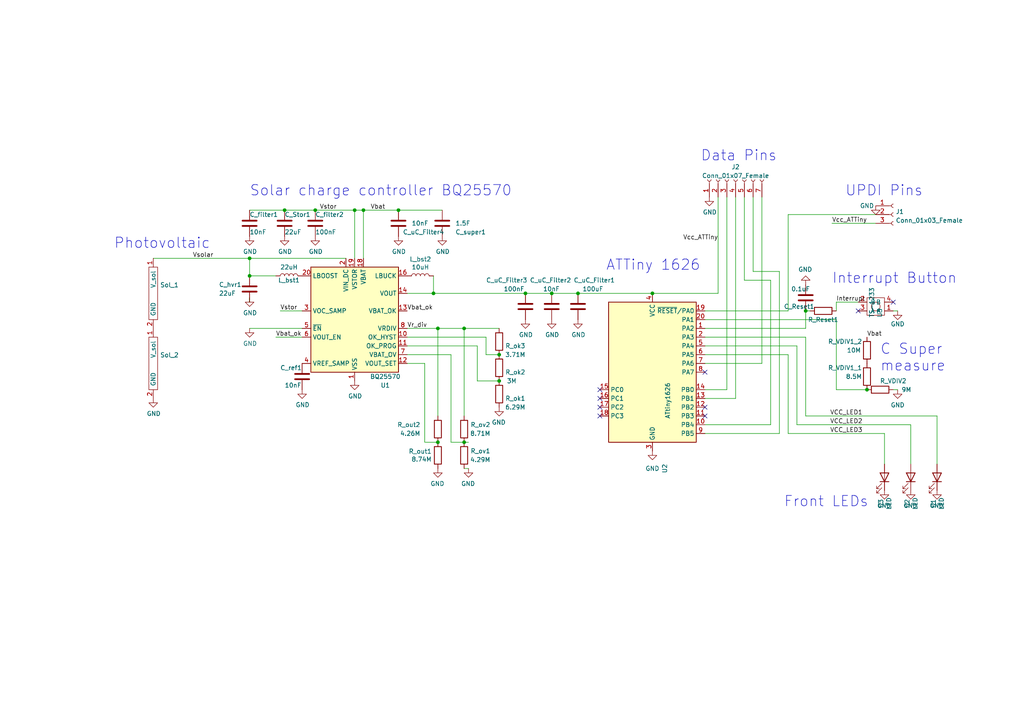
<source format=kicad_sch>
(kicad_sch (version 20211123) (generator eeschema)
  (paper "A4")
  (lib_symbols
    (symbol "Battery_Management:BQ25570"
      (property "Reference" "U" (at -12.7 16.51 0))
      (property "Value" "BQ25570" (at 10.16 16.51 0))
      (symbol "BQ25570_0_1"
        (rectangle (start -12.7 15.24) (end 12.7 -15.24) (stroke (width 0.254)) (fill (type background)))
      )
      (symbol "BQ25570_1_1"
        (pin power_in line (at 0 -17.78 90) (length 2.54) (name "VSS") (number "1"))
        (pin input line (at 15.24 -5.08 180) (length 2.54) (name "OK_HYST") (number "10"))
        (pin input line (at 15.24 -7.62 180) (length 2.54) (name "OK_PROG") (number "11"))
        (pin input line (at 15.24 -12.7 180) (length 2.54) (name "VOUT_SET") (number "12"))
        (pin output line (at 15.24 2.54 180) (length 2.54) (name "VBAT_OK") (number "13"))
        (pin input line (at 15.24 7.62 180) (length 2.54) (name "VOUT") (number "14"))
        (pin passive line (at 0 -17.78 90) (length 2.54) hide (name "VSS") (number "15"))
        (pin passive line (at 15.24 12.7 180) (length 2.54) (name "LBUCK") (number "16"))
        (pin passive line (at 0 -17.78 90) (length 2.54) hide (name "VSS") (number "17"))
        (pin power_in line (at 2.54 17.78 270) (length 2.54) (name "VBAT") (number "18"))
        (pin power_out line (at 0 17.78 270) (length 2.54) (name "VSTOR") (number "19"))
        (pin power_in line (at -2.54 17.78 270) (length 2.54) (name "VIN_DC") (number "2"))
        (pin passive line (at -15.24 12.7 0) (length 2.54) (name "LBOOST") (number "20"))
        (pin passive line (at 0 -17.78 90) (length 2.54) hide (name "VSS") (number "21"))
        (pin input line (at -15.24 2.54 0) (length 2.54) (name "VOC_SAMP") (number "3"))
        (pin passive line (at -15.24 -12.7 0) (length 2.54) (name "VREF_SAMP") (number "4"))
        (pin input line (at -15.24 -2.54 0) (length 2.54) (name "~{EN}") (number "5"))
        (pin input line (at -15.24 -5.08 0) (length 2.54) (name "VOUT_EN") (number "6"))
        (pin input line (at 15.24 -10.16 180) (length 2.54) (name "VBAT_OV") (number "7"))
        (pin output line (at 15.24 -2.54 180) (length 2.54) (name "VRDIV") (number "8"))
        (pin passive line (at 0 -17.78 90) (length 2.54) hide (name "VSS") (number "9"))
      )
    )
    (symbol "Connector:Conn_01x03_Female" (pin_names (offset 1.016) hide)
      (property "Reference" "J" (at 0 5.08 0))
      (property "Value" "Conn_01x03_Female" (at 0 -5.08 0))
      (symbol "Conn_01x03_Female_1_1"
        (arc (start 0 -2.032) (mid -0.508 -2.54) (end 0 -3.048) (stroke (width 0.1524)))
        (polyline (pts (xy -1.27 -2.54) (xy -0.508 -2.54)) (stroke (width 0.1524)))
        (polyline (pts (xy -1.27 0) (xy -0.508 0)) (stroke (width 0.1524)))
        (polyline (pts (xy -1.27 2.54) (xy -0.508 2.54)) (stroke (width 0.1524)))
        (arc (start 0 0.508) (mid -0.508 0) (end 0 -0.508) (stroke (width 0.1524)))
        (arc (start 0 3.048) (mid -0.508 2.54) (end 0 2.032) (stroke (width 0.1524)))
        (pin passive line (at -5.08 2.54 0) (length 3.81) (name "Pin_1") (number "1"))
        (pin passive line (at -5.08 0 0) (length 3.81) (name "Pin_2") (number "2"))
        (pin passive line (at -5.08 -2.54 0) (length 3.81) (name "Pin_3") (number "3"))
      )
    )
    (symbol "Connector:Conn_01x07_Female" (pin_names (offset 1.016) hide)
      (property "Reference" "J" (at 0 10.16 0))
      (property "Value" "Conn_01x07_Female" (at 0 -10.16 0))
      (symbol "Conn_01x07_Female_1_1"
        (arc (start 0 -7.112) (mid -0.508 -7.62) (end 0 -8.128) (stroke (width 0.1524)))
        (arc (start 0 -4.572) (mid -0.508 -5.08) (end 0 -5.588) (stroke (width 0.1524)))
        (arc (start 0 -2.032) (mid -0.508 -2.54) (end 0 -3.048) (stroke (width 0.1524)))
        (polyline (pts (xy -1.27 -7.62) (xy -0.508 -7.62)) (stroke (width 0.1524)))
        (polyline (pts (xy -1.27 -5.08) (xy -0.508 -5.08)) (stroke (width 0.1524)))
        (polyline (pts (xy -1.27 -2.54) (xy -0.508 -2.54)) (stroke (width 0.1524)))
        (polyline (pts (xy -1.27 0) (xy -0.508 0)) (stroke (width 0.1524)))
        (polyline (pts (xy -1.27 2.54) (xy -0.508 2.54)) (stroke (width 0.1524)))
        (polyline (pts (xy -1.27 5.08) (xy -0.508 5.08)) (stroke (width 0.1524)))
        (polyline (pts (xy -1.27 7.62) (xy -0.508 7.62)) (stroke (width 0.1524)))
        (arc (start 0 0.508) (mid -0.508 0) (end 0 -0.508) (stroke (width 0.1524)))
        (arc (start 0 3.048) (mid -0.508 2.54) (end 0 2.032) (stroke (width 0.1524)))
        (arc (start 0 5.588) (mid -0.508 5.08) (end 0 4.572) (stroke (width 0.1524)))
        (arc (start 0 8.128) (mid -0.508 7.62) (end 0 7.112) (stroke (width 0.1524)))
        (pin passive line (at -5.08 7.62 0) (length 3.81) (name "Pin_1") (number "1"))
        (pin passive line (at -5.08 5.08 0) (length 3.81) (name "Pin_2") (number "2"))
        (pin passive line (at -5.08 2.54 0) (length 3.81) (name "Pin_3") (number "3"))
        (pin passive line (at -5.08 0 0) (length 3.81) (name "Pin_4") (number "4"))
        (pin passive line (at -5.08 -2.54 0) (length 3.81) (name "Pin_5") (number "5"))
        (pin passive line (at -5.08 -5.08 0) (length 3.81) (name "Pin_6") (number "6"))
        (pin passive line (at -5.08 -7.62 0) (length 3.81) (name "Pin_7") (number "7"))
      )
    )
    (symbol "Device:C" (pin_numbers hide) (pin_names (offset 0.254))
      (property "Reference" "C" (at 0.635 2.54 0))
      (property "Value" "C" (at 0.635 -2.54 0))
      (symbol "C_0_1"
        (polyline (pts (xy -2.032 -0.762) (xy 2.032 -0.762)) (stroke (width 0.508)))
        (polyline (pts (xy -2.032 0.762) (xy 2.032 0.762)) (stroke (width 0.508)))
      )
      (symbol "C_1_1"
        (pin passive line (at 0 3.81 270) (length 2.794) (name "~") (number "1"))
        (pin passive line (at 0 -3.81 90) (length 2.794) (name "~") (number "2"))
      )
    )
    (symbol "Device:L" (pin_numbers hide) (pin_names (offset 1.016) hide)
      (property "Reference" "L" (at -1.27 0 90))
      (property "Value" "L" (at 1.905 0 90))
      (symbol "L_0_1"
        (arc (start 0 -2.54) (mid 0.635 -1.905) (end 0 -1.27))
        (arc (start 0 -1.27) (mid 0.635 -0.635) (end 0 0))
        (arc (start 0 0) (mid 0.635 0.635) (end 0 1.27))
        (arc (start 0 1.27) (mid 0.635 1.905) (end 0 2.54))
      )
      (symbol "L_1_1"
        (pin passive line (at 0 3.81 270) (length 1.27) (name "1") (number "1"))
        (pin passive line (at 0 -3.81 90) (length 1.27) (name "2") (number "2"))
      )
    )
    (symbol "Device:LED" (pin_numbers hide) (pin_names (offset 1.016) hide)
      (property "Reference" "D" (at 0 2.54 0))
      (property "Value" "LED" (at 0 -2.54 0))
      (symbol "LED_0_1"
        (polyline (pts (xy -1.27 -1.27) (xy -1.27 1.27)) (stroke (width 0.254)))
        (polyline (pts (xy -1.27 0) (xy 1.27 0)))
        (polyline (pts (xy 1.27 -1.27) (xy 1.27 1.27) (xy -1.27 0) (xy 1.27 -1.27)) (stroke (width 0.254)))
        (polyline (pts (xy -3.048 -0.762) (xy -4.572 -2.286) (xy -3.81 -2.286) (xy -4.572 -2.286) (xy -4.572 -1.524)))
        (polyline (pts (xy -1.778 -0.762) (xy -3.302 -2.286) (xy -2.54 -2.286) (xy -3.302 -2.286) (xy -3.302 -1.524)))
      )
      (symbol "LED_1_1"
        (pin passive line (at -3.81 0 0) (length 2.54) (name "K") (number "1"))
        (pin passive line (at 3.81 0 180) (length 2.54) (name "A") (number "2"))
      )
    )
    (symbol "Device:R" (pin_numbers hide) (pin_names (offset 0))
      (property "Reference" "R" (at 2.032 0 90))
      (property "Value" "R" (at 0 0 90))
      (symbol "R_0_1"
        (rectangle (start -1.016 -2.54) (end 1.016 2.54) (stroke (width 0.254)))
      )
      (symbol "R_1_1"
        (pin passive line (at 0 3.81 270) (length 1.27) (name "~") (number "1"))
        (pin passive line (at 0 -3.81 90) (length 1.27) (name "~") (number "2"))
      )
    )
    (symbol "MCU_Microchip_ATtiny:ATtiny816-M"
      (property "Reference" "U" (at -12.7 21.59 0))
      (property "Value" "ATtiny816-M" (at 2.54 -21.59 0))
      (symbol "ATtiny816-M_0_1"
        (rectangle (start -12.7 -20.32) (end 12.7 20.32) (stroke (width 0.254)) (fill (type background)))
      )
      (symbol "ATtiny816-M_1_1"
        (pin bidirectional line (at 15.24 12.7 180) (length 2.54) (name "PA2") (number "1"))
        (pin bidirectional line (at 15.24 -15.24 180) (length 2.54) (name "PB4") (number "10"))
        (pin bidirectional line (at 15.24 -12.7 180) (length 2.54) (name "PB3") (number "11"))
        (pin bidirectional line (at 15.24 -10.16 180) (length 2.54) (name "PB2") (number "12"))
        (pin bidirectional line (at 15.24 -7.62 180) (length 2.54) (name "PB1") (number "13"))
        (pin bidirectional line (at 15.24 -5.08 180) (length 2.54) (name "PB0") (number "14"))
        (pin bidirectional line (at -15.24 -5.08 0) (length 2.54) (name "PC0") (number "15"))
        (pin bidirectional line (at -15.24 -7.62 0) (length 2.54) (name "PC1") (number "16"))
        (pin bidirectional line (at -15.24 -10.16 0) (length 2.54) (name "PC2") (number "17"))
        (pin bidirectional line (at -15.24 -12.7 0) (length 2.54) (name "PC3") (number "18"))
        (pin bidirectional line (at 15.24 17.78 180) (length 2.54) (name "~{RESET}/PA0") (number "19"))
        (pin bidirectional line (at 15.24 10.16 180) (length 2.54) (name "PA3") (number "2"))
        (pin bidirectional line (at 15.24 15.24 180) (length 2.54) (name "PA1") (number "20"))
        (pin passive line (at 0 -22.86 90) (length 2.54) hide (name "GND") (number "21"))
        (pin power_in line (at 0 -22.86 90) (length 2.54) (name "GND") (number "3"))
        (pin power_in line (at 0 22.86 270) (length 2.54) (name "VCC") (number "4"))
        (pin bidirectional line (at 15.24 7.62 180) (length 2.54) (name "PA4") (number "5"))
        (pin bidirectional line (at 15.24 5.08 180) (length 2.54) (name "PA5") (number "6"))
        (pin bidirectional line (at 15.24 2.54 180) (length 2.54) (name "PA6") (number "7"))
        (pin bidirectional line (at 15.24 0 180) (length 2.54) (name "PA7") (number "8"))
        (pin bidirectional line (at 15.24 -17.78 180) (length 2.54) (name "PB5") (number "9"))
      )
    )
    (symbol "Omamori-rescue:KXOB25-05X3F-own_symbols" (pin_names (offset 1.016))
      (property "Reference" "U" (at -5.08 -3.81 0))
      (property "Value" "KXOB25-05X3F-own_symbols" (at 1.27 -6.35 0))
      (symbol "KXOB25-05X3F-own_symbols_0_1"
        (rectangle (start -6.35 1.27) (end 8.89 -1.27))
      )
      (symbol "KXOB25-05X3F-own_symbols_1_1"
        (pin output line (at 11.43 0 180) (length 2.54) (name "V_sol") (number "1"))
        (pin input line (at -8.89 0 0) (length 2.54) (name "GND") (number "2"))
      )
    )
    (symbol "Omamori-rescue:TS-1233-own_symbols" (pin_names (offset 1.016))
      (property "Reference" "U3" (at -1.1684 3.2512 90))
      (property "Value" "TS-1233" (at 1.143 3.2512 90))
      (symbol "TS-1233-own_symbols_0_1"
        (rectangle (start -2.54 2.54) (end 2.54 -2.54))
        (circle (center 0 0) (radius 1.27))
      )
      (symbol "TS-1233-own_symbols_1_1"
        (pin passive line (at -5.08 1.27 0) (length 2.54) (name "A") (number "1"))
        (pin passive line (at 5.08 -1.27 180) (length 2.54) (name "B") (number "2"))
        (pin passive line (at 5.08 1.27 180) (length 2.54) (name "A") (number "3"))
        (pin passive line (at -5.08 -1.27 0) (length 2.54) (name "B") (number "4"))
      )
    )
    (symbol "power:GND" (power) (pin_names (offset 0))
      (property "Value" "GND" (at 0 -3.81 0))
      (symbol "GND_0_1"
        (polyline (pts (xy 0 0) (xy 0 -1.27) (xy 1.27 -1.27) (xy 0 -2.54) (xy -1.27 -1.27) (xy 0 -1.27)))
      )
      (symbol "GND_1_1"
        (pin power_in line (at 0 0 270) (length 0) hide (name "GND") (number "1"))
      )
    )
  )
  (junction (at 134.62 95.25))
  (junction (at 144.78 102.87))
  (junction (at 102.87 60.96))
  (junction (at 134.62 128.27))
  (junction (at 125.73 85.09))
  (junction (at 189.23 85.09))
  (junction (at 72.39 74.93))
  (junction (at 160.02 85.09))
  (junction (at 127 95.25))
  (junction (at 91.44 60.96))
  (junction (at 152.4 85.09))
  (junction (at 72.39 80.01))
  (junction (at 105.41 60.96))
  (junction (at 167.64 85.09))
  (junction (at 115.57 60.96))
  (junction (at 144.78 110.49))
  (junction (at 251.46 113.03))
  (junction (at 82.55 60.96))
  (junction (at 127 128.27))
  (junction (at 233.68 90.17))
  (no_connect (at 173.99 118.11))
  (no_connect (at 173.99 120.65))
  (no_connect (at 173.99 115.57))
  (no_connect (at 204.47 120.65))
  (no_connect (at 173.99 113.03))
  (no_connect (at 204.47 118.11))
  (no_connect (at 204.47 107.95))
  (no_connect (at 248.92 90.17))
  (no_connect (at 259.08 87.63))
  (wire (pts (xy 223.52 81.28) (xy 223.52 123.19)))
  (wire (pts (xy 223.52 81.28) (xy 215.9 81.28)))
  (wire (pts (xy 228.6 125.73) (xy 256.54 125.73)))
  (wire (pts (xy 130.81 128.27) (xy 130.81 102.87)))
  (wire (pts (xy 80.01 97.79) (xy 87.63 97.79)))
  (wire (pts (xy 102.87 60.96) (xy 102.87 74.93)))
  (wire (pts (xy 228.6 90.17) (xy 228.6 62.23)))
  (wire (pts (xy 208.28 57.15) (xy 208.28 85.09)))
  (wire (pts (xy 228.6 102.87) (xy 204.47 102.87)))
  (wire (pts (xy 105.41 60.96) (xy 105.41 74.93)))
  (wire (pts (xy 218.44 78.74) (xy 218.44 57.15)))
  (wire (pts (xy 260.35 90.17) (xy 259.08 90.17)))
  (wire (pts (xy 233.68 120.65) (xy 233.68 97.79)))
  (wire (pts (xy 231.14 123.19) (xy 231.14 100.33)))
  (wire (pts (xy 233.68 95.25) (xy 204.47 95.25)))
  (wire (pts (xy 160.02 85.09) (xy 152.4 85.09)))
  (wire (pts (xy 91.44 60.96) (xy 82.55 60.96)))
  (wire (pts (xy 204.47 123.19) (xy 223.52 123.19)))
  (wire (pts (xy 220.98 57.15) (xy 220.98 105.41)))
  (wire (pts (xy 134.62 128.27) (xy 130.81 128.27)))
  (wire (pts (xy 271.78 120.65) (xy 233.68 120.65)))
  (wire (pts (xy 127 128.27) (xy 123.19 128.27)))
  (wire (pts (xy 233.68 97.79) (xy 204.47 97.79)))
  (wire (pts (xy 226.06 78.74) (xy 218.44 78.74)))
  (wire (pts (xy 204.47 105.41) (xy 220.98 105.41)))
  (wire (pts (xy 231.14 123.19) (xy 264.16 123.19)))
  (wire (pts (xy 228.6 125.73) (xy 228.6 102.87)))
  (wire (pts (xy 138.43 110.49) (xy 144.78 110.49)))
  (wire (pts (xy 72.39 74.93) (xy 72.39 80.01)))
  (wire (pts (xy 123.19 128.27) (xy 123.19 105.41)))
  (wire (pts (xy 241.3 64.77) (xy 254 64.77)))
  (wire (pts (xy 242.57 87.63) (xy 248.92 87.63)))
  (wire (pts (xy 271.78 120.65) (xy 271.78 134.62)))
  (wire (pts (xy 72.39 60.96) (xy 82.55 60.96)))
  (wire (pts (xy 130.81 102.87) (xy 118.11 102.87)))
  (wire (pts (xy 140.97 97.79) (xy 140.97 102.87)))
  (wire (pts (xy 127 95.25) (xy 118.11 95.25)))
  (wire (pts (xy 135.89 128.27) (xy 134.62 128.27)))
  (wire (pts (xy 105.41 60.96) (xy 115.57 60.96)))
  (wire (pts (xy 125.73 85.09) (xy 152.4 85.09)))
  (wire (pts (xy 125.73 85.09) (xy 125.73 80.01)))
  (wire (pts (xy 127 120.65) (xy 127 95.25)))
  (wire (pts (xy 118.11 100.33) (xy 138.43 100.33)))
  (wire (pts (xy 242.57 90.17) (xy 242.57 87.63)))
  (wire (pts (xy 72.39 86.36) (xy 72.39 87.63)))
  (wire (pts (xy 226.06 78.74) (xy 226.06 125.73)))
  (wire (pts (xy 226.06 125.73) (xy 204.47 125.73)))
  (wire (pts (xy 123.19 105.41) (xy 118.11 105.41)))
  (wire (pts (xy 102.87 60.96) (xy 105.41 60.96)))
  (wire (pts (xy 118.11 85.09) (xy 125.73 85.09)))
  (wire (pts (xy 140.97 102.87) (xy 144.78 102.87)))
  (wire (pts (xy 118.11 97.79) (xy 140.97 97.79)))
  (wire (pts (xy 233.68 90.17) (xy 233.68 95.25)))
  (wire (pts (xy 72.39 95.25) (xy 87.63 95.25)))
  (wire (pts (xy 204.47 92.71) (xy 242.57 92.71)))
  (wire (pts (xy 100.33 74.93) (xy 72.39 74.93)))
  (wire (pts (xy 127 95.25) (xy 134.62 95.25)))
  (wire (pts (xy 134.62 95.25) (xy 134.62 120.65)))
  (wire (pts (xy 167.64 85.09) (xy 189.23 85.09)))
  (wire (pts (xy 204.47 90.17) (xy 228.6 90.17)))
  (wire (pts (xy 81.28 90.17) (xy 87.63 90.17)))
  (wire (pts (xy 134.62 135.89) (xy 135.89 135.89)))
  (wire (pts (xy 256.54 125.73) (xy 256.54 134.62)))
  (wire (pts (xy 242.57 92.71) (xy 242.57 113.03)))
  (wire (pts (xy 160.02 85.09) (xy 167.64 85.09)))
  (wire (pts (xy 233.68 90.17) (xy 234.95 90.17)))
  (wire (pts (xy 204.47 115.57) (xy 213.36 115.57)))
  (wire (pts (xy 44.45 74.93) (xy 72.39 74.93)))
  (wire (pts (xy 213.36 57.15) (xy 213.36 115.57)))
  (wire (pts (xy 228.6 62.23) (xy 254 62.23)))
  (wire (pts (xy 264.16 123.19) (xy 264.16 134.62)))
  (wire (pts (xy 215.9 81.28) (xy 215.9 57.15)))
  (wire (pts (xy 260.35 113.03) (xy 259.08 113.03)))
  (wire (pts (xy 231.14 100.33) (xy 204.47 100.33)))
  (wire (pts (xy 134.62 95.25) (xy 144.78 95.25)))
  (wire (pts (xy 210.82 57.15) (xy 210.82 113.03)))
  (wire (pts (xy 115.57 60.96) (xy 128.27 60.96)))
  (wire (pts (xy 210.82 113.03) (xy 204.47 113.03)))
  (wire (pts (xy 242.57 113.03) (xy 251.46 113.03)))
  (wire (pts (xy 208.28 85.09) (xy 189.23 85.09)))
  (wire (pts (xy 72.39 80.01) (xy 80.01 80.01)))
  (wire (pts (xy 138.43 100.33) (xy 138.43 110.49)))
  (wire (pts (xy 102.87 60.96) (xy 91.44 60.96)))
  (text "UPDI Pins" (at 245.11 57.15 0) (effects (font (size 2.9972 2.9972)) (justify left bottom)))
  (text "C Super \nmeasure\n" (at 255.27 107.95 0) (effects (font (size 2.9972 2.9972)) (justify left bottom)))
  (text "Front LEDs\n" (at 227.33 147.32 0) (effects (font (size 2.9972 2.9972)) (justify left bottom)))
  (text "Photovoltaic" (at 33.02 72.39 0) (effects (font (size 2.9972 2.9972)) (justify left bottom)))
  (text "Data Pins\n" (at 203.2 46.99 0) (effects (font (size 2.9972 2.9972)) (justify left bottom)))
  (text "Interrupt Button" (at 241.3 82.55 0) (effects (font (size 2.9972 2.9972)) (justify left bottom)))
  (text "Solar charge controller BQ25570" (at 72.39 57.15 0) (effects (font (size 2.9972 2.9972)) (justify left bottom)))
  (text "ATTiny 1626\n" (at 203.2 78.74 180) (effects (font (size 2.9972 2.9972)) (justify right bottom)))
  (label "Vstor" (at 92.71 60.96 0))
  (label "Vbat_ok" (at 118.11 90.17 0))
  (label "Vsolar" (at 55.88 74.93 0))
  (label "VCC_LED2" (at 250.19 123.19 180))
  (label "Vcc_ATTiny" (at 208.28 69.85 180))
  (label "Vbat" (at 111.76 60.96 180))
  (label "Vstor" (at 81.28 90.17 0))
  (label "VCC_LED1" (at 250.19 120.65 180))
  (label "Vcc_ATTiny" (at 241.3 64.77 0))
  (label "Vbat_ok" (at 80.01 97.79 0))
  (label "Vr_div" (at 118.11 95.25 0))
  (label "VCC_LED3" (at 250.19 125.73 180))
  (label "Interrupt" (at 242.57 87.63 0))
  (label "Vbat" (at 251.46 97.79 0))
  (symbol (lib_id "power:GND") (at 128.27 68.58 0) (unit 1)
    (property "Reference" "#PWR012" (effects hide))
    (property "Value" "GND" (at 128.397 72.9742 0))
  )
  (symbol (lib_id "power:GND") (at 102.87 110.49 0) (unit 1)
    (property "Reference" "#PWR011" (effects hide))
    (property "Value" "GND" (at 102.997 114.8842 0))
  )
  (symbol (lib_id "Device:C") (at 128.27 64.77 180) (unit 1)
    (property "Reference" "C_super1" (at 132.08 67.31 0) (effects (justify right)))
    (property "Value" "1.5F" (at 132.08 64.77 0) (effects (justify right)))
    (property "Footprint" "own_footprints:Supercap_1F" (effects hide))
  )
  (symbol (lib_id "power:GND") (at 135.89 135.89 0) (mirror y) (unit 1)
    (property "Reference" "#PWR03" (effects hide))
    (property "Value" "GND" (at 135.763 140.2842 0))
  )
  (symbol (lib_id "power:GND") (at 127 135.89 0) (mirror y) (unit 1)
    (property "Reference" "#PWR05" (effects hide))
    (property "Value" "GND" (at 126.873 140.2842 0))
  )
  (symbol (lib_id "Omamori-rescue:KXOB25-05X3F-own_symbols") (at 44.45 106.68 90) (unit 1)
    (property "Reference" "Sol_2" (at 46.4312 102.9716 90) (effects (justify right)))
    (property "Value" "KXOB25-05X3F" (effects hide))
    (property "Footprint" "own_footprints:KXOB25-05X3F" (effects hide))
  )
  (symbol (lib_id "Omamori-rescue:KXOB25-05X3F-own_symbols") (at 44.45 86.36 90) (unit 1)
    (property "Reference" "Sol_1" (at 46.4312 82.6516 90) (effects (justify right)))
    (property "Value" "KXOB25-05X3F" (effects hide))
    (property "Footprint" "own_footprints:KXOB25-05X3F" (effects hide))
  )
  (symbol (lib_id "power:GND") (at 44.45 115.57 0) (unit 1)
    (property "Reference" "#PWR01" (effects hide))
    (property "Value" "GND" (at 44.577 119.9642 0))
  )
  (symbol (lib_id "Device:C") (at 72.39 83.82 0) (unit 1)
    (property "Reference" "C_hvr1" (at 63.5 82.55 0) (effects (justify left)))
    (property "Value" "22uF" (at 63.5 85.09 0) (effects (justify left)))
    (property "Footprint" "Capacitor_SMD:C_0805_2012Metric_Pad1.18x1.45mm_HandSolder" (effects hide))
  )
  (symbol (lib_id "power:GND") (at 72.39 86.36 0) (unit 1)
    (property "Reference" "#PWR04" (effects hide))
    (property "Value" "GND" (at 72.517 90.7542 0))
  )
  (symbol (lib_id "Device:L") (at 83.82 80.01 90) (unit 1)
    (property "Reference" "L_bst1" (at 83.82 81.28 90))
    (property "Value" "22uH" (at 83.82 77.4954 90))
    (property "Footprint" "Inductor_SMD:L_Coilcraft_LPS4018" (effects hide))
  )
  (symbol (lib_id "Device:C") (at 87.63 109.22 0) (unit 1)
    (property "Reference" "C_ref1" (at 81.28 106.68 0) (effects (justify left)))
    (property "Value" "10nF" (at 82.55 111.76 0) (effects (justify left)))
    (property "Footprint" "Capacitor_SMD:C_0603_1608Metric_Pad1.08x0.95mm_HandSolder" (effects hide))
  )
  (symbol (lib_id "power:GND") (at 87.63 113.03 0) (unit 1)
    (property "Reference" "#PWR07" (effects hide))
    (property "Value" "GND" (at 87.757 117.4242 0))
  )
  (symbol (lib_id "Device:C") (at 72.39 64.77 0) (unit 1)
    (property "Reference" "C_filter1" (at 72.39 62.23 0) (effects (justify left)))
    (property "Value" "10nF" (at 72.39 67.31 0) (effects (justify left)))
    (property "Footprint" "Capacitor_SMD:C_0603_1608Metric_Pad1.05x0.95mm_HandSolder" (effects hide))
  )
  (symbol (lib_id "power:GND") (at 72.39 68.58 0) (unit 1)
    (property "Reference" "#PWR014" (effects hide))
    (property "Value" "GND" (at 72.517 72.9742 0))
  )
  (symbol (lib_id "Device:R") (at 144.78 114.3 0) (mirror y) (unit 1)
    (property "Reference" "R_ok1" (at 152.4 115.57 0) (effects (justify left)))
    (property "Value" "6.29M" (at 152.4 118.11 0) (effects (justify left)))
    (property "Footprint" "Resistor_SMD:R_0603_1608Metric_Pad1.05x0.95mm_HandSolder" (effects hide))
  )
  (symbol (lib_id "Device:R") (at 144.78 106.68 0) (mirror y) (unit 1)
    (property "Reference" "R_ok2" (at 152.4 107.95 0) (effects (justify left)))
    (property "Value" "3M" (at 149.86 110.49 0) (effects (justify left)))
    (property "Footprint" "Resistor_SMD:R_0603_1608Metric_Pad1.05x0.95mm_HandSolder" (effects hide))
  )
  (symbol (lib_id "Device:R") (at 144.78 99.06 0) (mirror y) (unit 1)
    (property "Reference" "R_ok3" (at 152.4 100.33 0) (effects (justify left)))
    (property "Value" "3.71M" (at 152.4 102.87 0) (effects (justify left)))
    (property "Footprint" "Resistor_SMD:R_0603_1608Metric_Pad1.05x0.95mm_HandSolder" (effects hide))
  )
  (symbol (lib_id "power:GND") (at 144.78 118.11 0) (mirror y) (unit 1)
    (property "Reference" "#PWR02" (effects hide))
    (property "Value" "GND" (at 144.653 122.5042 0))
  )
  (symbol (lib_id "Device:R") (at 134.62 124.46 0) (mirror y) (unit 1)
    (property "Reference" "R_ov2" (at 142.24 123.19 0) (effects (justify left)))
    (property "Value" "8.71M" (at 142.24 125.73 0) (effects (justify left)))
    (property "Footprint" "Resistor_SMD:R_0603_1608Metric_Pad1.05x0.95mm_HandSolder" (effects hide))
  )
  (symbol (lib_id "Device:R") (at 134.62 132.08 0) (mirror y) (unit 1)
    (property "Reference" "R_ov1" (at 142.24 130.81 0) (effects (justify left)))
    (property "Value" "4.29M" (at 142.24 133.35 0) (effects (justify left)))
    (property "Footprint" "Resistor_SMD:R_0603_1608Metric_Pad1.05x0.95mm_HandSolder" (effects hide))
  )
  (symbol (lib_id "Device:R") (at 127 132.08 0) (mirror y) (unit 1)
    (property "Reference" "R_out1" (at 125.222 130.9116 0) (effects (justify left)))
    (property "Value" "8.74M" (at 125.222 133.223 0) (effects (justify left)))
    (property "Footprint" "Resistor_SMD:R_0603_1608Metric_Pad1.05x0.95mm_HandSolder" (effects hide))
  )
  (symbol (lib_id "Device:R") (at 127 124.46 0) (mirror y) (unit 1)
    (property "Reference" "R_out2" (at 121.92 123.19 0) (effects (justify left)))
    (property "Value" "4.26M" (at 121.92 125.73 0) (effects (justify left)))
    (property "Footprint" "Resistor_SMD:R_0603_1608Metric_Pad1.05x0.95mm_HandSolder" (effects hide))
  )
  (symbol (lib_id "Omamori-rescue:TS-1233-own_symbols") (at 254 88.9 180) (unit 1)
    (property "Reference" "U3" (at 255.1684 92.1512 90) (effects (justify right)))
    (property "Value" "TS-1233" (at 252.857 92.1512 90) (effects (justify right)))
    (property "Footprint" "own_footprints:TS-1233" (effects hide))
  )
  (symbol (lib_id "Device:C") (at 82.55 64.77 0) (unit 1)
    (property "Reference" "C_Stor1" (at 82.55 62.23 0) (effects (justify left)))
    (property "Value" "22uF" (at 82.55 67.31 0) (effects (justify left)))
    (property "Footprint" "Capacitor_SMD:C_0805_2012Metric_Pad1.18x1.45mm_HandSolder" (effects hide))
  )
  (symbol (lib_id "Battery_Management:BQ25570") (at 102.87 92.71 0) (unit 1)
    (property "Reference" "U1" (at 111.76 111.76 0))
    (property "Value" "BQ25570" (at 111.76 109.22 0))
    (property "Footprint" "Package_DFN_QFN:QFN-20-1EP_3.5x3.5mm_P0.5mm_EP2x2mm" (effects hide))
    (property "Datasheet" "http://www.ti.com/lit/ds/symlink/bq25570.pdf" (effects hide))
  )
  (symbol (lib_id "power:GND") (at 72.39 95.25 0) (unit 1)
    (property "Reference" "#PWR0103" (effects hide))
    (property "Value" "GND" (at 72.517 99.6442 0))
  )
  (symbol (lib_id "Device:LED") (at 264.16 138.43 270) (mirror x) (unit 1)
    (property "Reference" "D2" (at 263.1186 146.05 0))
    (property "Value" "LED" (at 265.43 146.05 0))
    (property "Footprint" "LED_SMD:LED_0805_2012Metric" (effects hide))
  )
  (symbol (lib_id "Device:LED") (at 271.78 138.43 270) (mirror x) (unit 1)
    (property "Reference" "D1" (at 270.7386 146.05 0))
    (property "Value" "LED" (at 273.05 146.05 0))
    (property "Footprint" "LED_SMD:LED_0805_2012Metric" (effects hide))
  )
  (symbol (lib_id "Device:L") (at 121.92 80.01 90) (unit 1)
    (property "Reference" "L_bst2" (at 121.92 75.184 90))
    (property "Value" "10uH" (at 121.92 77.4954 90))
    (property "Footprint" "Inductor_SMD:L_Coilcraft_LPS4018" (effects hide))
  )
  (symbol (lib_id "power:GND") (at 167.64 92.71 0) (unit 1)
    (property "Reference" "#PWR0109" (effects hide))
    (property "Value" "GND" (at 167.767 97.1042 0))
  )
  (symbol (lib_id "Device:C") (at 167.64 88.9 0) (unit 1)
    (property "Reference" "C_uC_Filter1" (at 166.37 81.28 0) (effects (justify left)))
    (property "Value" "100uF" (at 168.91 83.82 0) (effects (justify left)))
    (property "Footprint" "Capacitor_SMD:C_1206_3216Metric_Pad1.33x1.80mm_HandSolder" (effects hide))
  )
  (symbol (lib_id "power:GND") (at 271.78 142.24 0) (mirror y) (unit 1)
    (property "Reference" "#PWR0106" (effects hide))
    (property "Value" "GND" (at 271.653 146.6342 0))
  )
  (symbol (lib_id "power:GND") (at 264.16 142.24 0) (mirror y) (unit 1)
    (property "Reference" "#PWR0107" (effects hide))
    (property "Value" "GND" (at 264.033 146.6342 0))
  )
  (symbol (lib_id "power:GND") (at 205.74 57.15 0) (unit 1)
    (property "Reference" "#PWR0108" (effects hide))
    (property "Value" "GND" (at 205.867 61.5442 0))
  )
  (symbol (lib_id "power:GND") (at 256.54 142.24 0) (mirror y) (unit 1)
    (property "Reference" "#PWR0104" (effects hide))
    (property "Value" "GND" (at 256.413 146.6342 0))
  )
  (symbol (lib_id "Device:LED") (at 256.54 138.43 270) (mirror x) (unit 1)
    (property "Reference" "D3" (at 255.4986 146.05 0))
    (property "Value" "LED" (at 257.81 146.05 0))
    (property "Footprint" "LED_SMD:LED_0805_2012Metric" (effects hide))
  )
  (symbol (lib_id "Device:C") (at 233.68 86.36 180) (unit 1)
    (property "Reference" "C_Reset1" (at 236.22 88.9 0) (effects (justify left)))
    (property "Value" "0.1uF" (at 234.95 83.82 0) (effects (justify left)))
    (property "Footprint" "Capacitor_SMD:C_0603_1608Metric_Pad1.08x0.95mm_HandSolder" (effects hide))
  )
  (symbol (lib_id "Device:R") (at 255.27 113.03 90) (mirror x) (unit 1)
    (property "Reference" "R_VDIV2" (at 259.08 110.49 90))
    (property "Value" "9M" (at 262.89 113.03 90))
    (property "Footprint" "Resistor_SMD:R_0603_1608Metric_Pad0.98x0.95mm_HandSolder" (effects hide))
  )
  (symbol (lib_id "power:GND") (at 260.35 90.17 0) (unit 1)
    (property "Reference" "#PWR0105" (effects hide))
    (property "Value" "GND" (at 260.35 93.98 0))
  )
  (symbol (lib_id "power:GND") (at 82.55 68.58 0) (unit 1)
    (property "Reference" "#PWR0116" (effects hide))
    (property "Value" "GND" (at 82.677 72.9742 0))
  )
  (symbol (lib_id "Device:C") (at 160.02 88.9 0) (unit 1)
    (property "Reference" "C_uC_Filter2" (at 153.67 81.28 0) (effects (justify left)))
    (property "Value" "10nF" (at 157.48 83.82 0) (effects (justify left)))
    (property "Footprint" "Capacitor_SMD:C_0603_1608Metric_Pad1.08x0.95mm_HandSolder" (effects hide))
  )
  (symbol (lib_id "Device:R") (at 238.76 90.17 270) (mirror x) (unit 1)
    (property "Reference" "R_Reset1" (at 238.76 92.71 90))
    (property "Value" "10M" (effects hide))
    (property "Footprint" "Resistor_SMD:R_0603_1608Metric_Pad0.98x0.95mm_HandSolder" (effects hide))
  )
  (symbol (lib_id "power:GND") (at 160.02 92.71 0) (unit 1)
    (property "Reference" "#PWR0112" (effects hide))
    (property "Value" "GND" (at 160.147 97.1042 0))
  )
  (symbol (lib_id "power:GND") (at 115.57 68.58 0) (unit 1)
    (property "Reference" "#PWR0101" (effects hide))
    (property "Value" "GND" (at 115.697 72.9742 0))
  )
  (symbol (lib_id "power:GND") (at 233.68 82.55 180) (unit 1)
    (property "Reference" "#PWR0110" (effects hide))
    (property "Value" "GND" (at 233.553 78.1558 0))
  )
  (symbol (lib_id "Connector:Conn_01x07_Female") (at 213.36 52.07 90) (unit 1)
    (property "Reference" "J2" (at 213.36 48.421 90))
    (property "Value" "Conn_01x07_Female" (at 213.36 50.9579 90))
    (property "Footprint" "Connector_PinHeader_2.54mm:PinHeader_1x07_P2.54mm_Vertical" (effects hide))
  )
  (symbol (lib_id "power:GND") (at 152.4 92.71 0) (unit 1)
    (property "Reference" "#PWR0113" (effects hide))
    (property "Value" "GND" (at 152.527 97.1042 0))
  )
  (symbol (lib_id "Device:C") (at 91.44 64.77 0) (unit 1)
    (property "Reference" "C_filter2" (at 91.44 62.23 0) (effects (justify left)))
    (property "Value" "100nF" (at 91.44 67.31 0) (effects (justify left)))
    (property "Footprint" "Capacitor_SMD:C_0603_1608Metric_Pad1.08x0.95mm_HandSolder" (effects hide))
  )
  (symbol (lib_id "Device:C") (at 115.57 64.77 0) (unit 1)
    (property "Reference" "C_uC_Filter4" (at 116.84 67.31 0) (effects (justify left)))
    (property "Value" "10nF" (at 119.38 64.77 0) (effects (justify left)))
    (property "Footprint" "Capacitor_SMD:C_0603_1608Metric_Pad1.08x0.95mm_HandSolder" (effects hide))
  )
  (symbol (lib_id "Device:R") (at 251.46 101.6 0) (mirror x) (unit 1)
    (property "Reference" "R_VDIV1_2" (at 245.11 99.06 0))
    (property "Value" "10M" (at 247.65 101.6 0))
    (property "Footprint" "Resistor_SMD:R_0603_1608Metric_Pad0.98x0.95mm_HandSolder" (effects hide))
  )
  (symbol (lib_id "Device:R") (at 251.46 109.22 0) (mirror x) (unit 1)
    (property "Reference" "R_VDIV1_1" (at 245.11 106.68 0))
    (property "Value" "8.5M" (at 247.65 109.22 0))
    (property "Footprint" "Resistor_SMD:R_0603_1608Metric_Pad0.98x0.95mm_HandSolder" (effects hide))
  )
  (symbol (lib_id "MCU_Microchip_ATtiny:ATtiny816-M") (at 189.23 107.95 0) (unit 1)
    (property "Reference" "U2" (at 192.8114 135.89 90))
    (property "Value" "ATtiny1626" (at 193.675 116.205 90))
    (property "Footprint" "Package_DFN_QFN:VQFN-20-1EP_3x3mm_P0.4mm_EP1.7x1.7mm" (effects hide))
    (property "Datasheet" "http://ww1.microchip.com/downloads/en/DeviceDoc/40001913A.pdf" (effects hide))
  )
  (symbol (lib_id "power:GND") (at 91.44 68.58 0) (unit 1)
    (property "Reference" "#PWR0115" (effects hide))
    (property "Value" "GND" (at 91.567 72.9742 0))
  )
  (symbol (lib_id "power:GND") (at 254 59.69 0) (unit 1)
    (property "Reference" "#PWR0114" (effects hide))
    (property "Value" "GND" (at 251.46 59.69 0))
  )
  (symbol (lib_id "power:GND") (at 260.35 113.03 0) (unit 1)
    (property "Reference" "#PWR0102" (effects hide))
    (property "Value" "GND" (at 260.35 117.4734 0))
  )
  (symbol (lib_id "Connector:Conn_01x03_Female") (at 259.08 62.23 0) (unit 1)
    (property "Reference" "J1" (at 259.7912 61.3953 0) (effects (justify left)))
    (property "Value" "Conn_01x03_Female" (at 259.7912 63.9322 0) (effects (justify left)))
    (property "Footprint" "Connector_PinHeader_2.54mm:PinHeader_1x03_P2.54mm_Vertical" (effects hide))
  )
  (symbol (lib_id "power:GND") (at 189.23 130.81 0) (unit 1)
    (property "Reference" "#PWR0111" (effects hide))
    (property "Value" "GND" (at 189.23 135.89 0))
  )
  (symbol (lib_id "Device:C") (at 152.4 88.9 0) (unit 1)
    (property "Reference" "C_uC_Filter3" (at 140.97 81.28 0) (effects (justify left)))
    (property "Value" "100nF" (at 146.05 83.82 0) (effects (justify left)))
    (property "Footprint" "Capacitor_SMD:C_0603_1608Metric_Pad1.08x0.95mm_HandSolder" (effects hide))
  )
)
</source>
